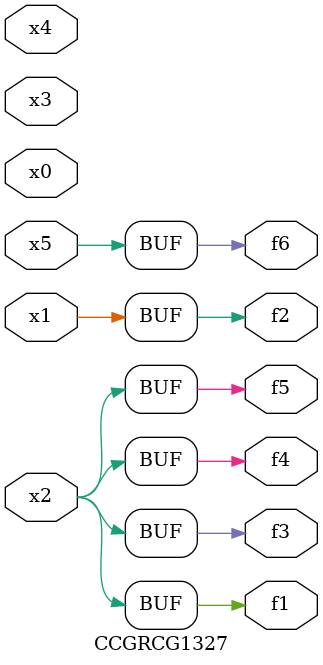
<source format=v>
module CCGRCG1327(
	input x0, x1, x2, x3, x4, x5,
	output f1, f2, f3, f4, f5, f6
);
	assign f1 = x2;
	assign f2 = x1;
	assign f3 = x2;
	assign f4 = x2;
	assign f5 = x2;
	assign f6 = x5;
endmodule

</source>
